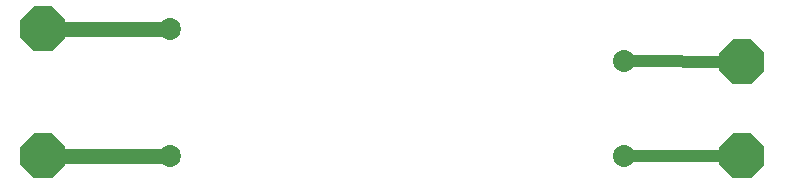
<source format=gbr>
G04 EAGLE Gerber RS-274X export*
G75*
%MOMM*%
%FSLAX34Y34*%
%LPD*%
%INBottom Copper*%
%IPPOS*%
%AMOC8*
5,1,8,0,0,1.08239X$1,22.5*%
G01*
%ADD10P,4.123906X8X22.500000*%
%ADD11C,1.860000*%
%ADD12C,1.270000*%
%ADD13C,1.016000*%


D10*
X43180Y148590D03*
X43180Y256540D03*
X635000Y228600D03*
X635000Y148590D03*
D11*
X150400Y148800D03*
X150400Y256300D03*
X535400Y148800D03*
X535400Y228800D03*
D12*
X150400Y148800D02*
X43180Y148590D01*
D13*
X150388Y256288D02*
X150400Y256300D01*
D12*
X150388Y256288D02*
X43180Y256540D01*
D13*
X535400Y228800D02*
X635000Y228600D01*
X635000Y148590D02*
X535400Y148800D01*
M02*

</source>
